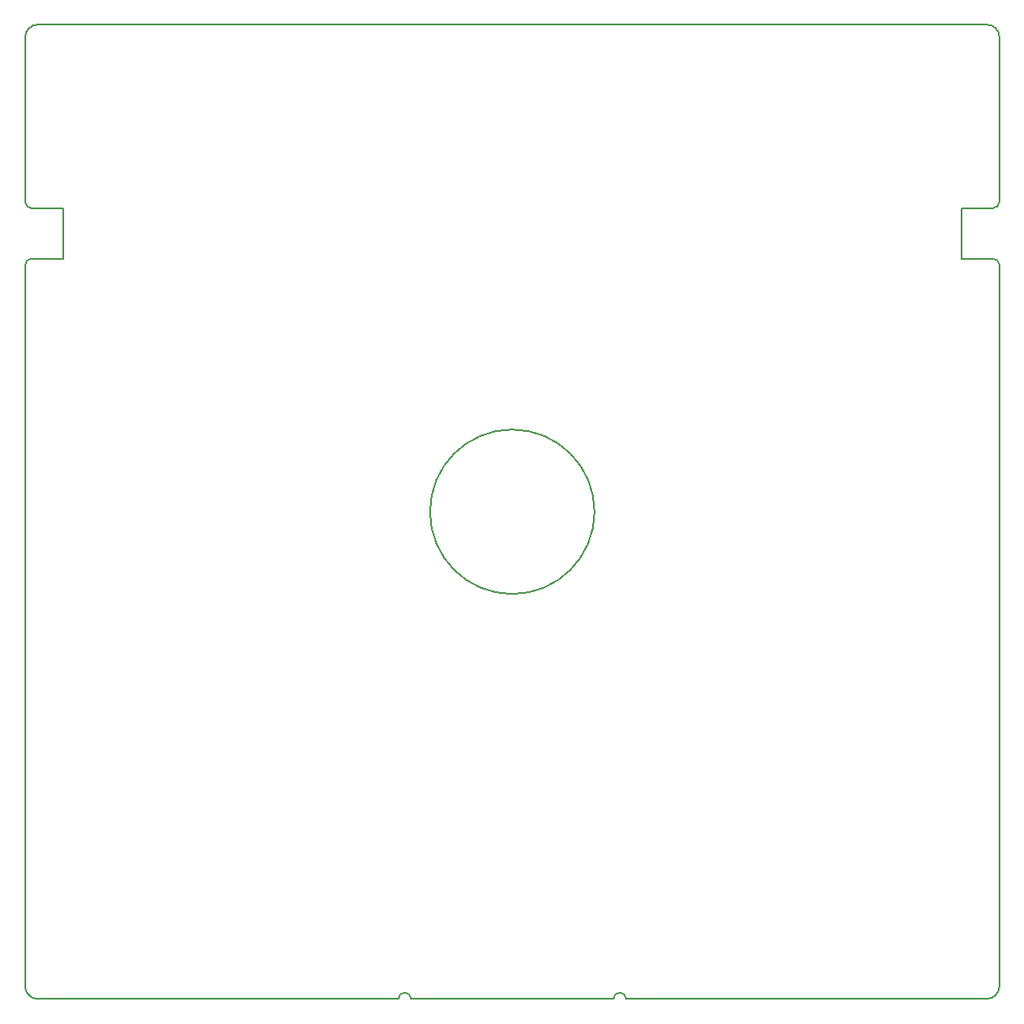
<source format=gm1>
G04 #@! TF.GenerationSoftware,KiCad,Pcbnew,(5.1.5)-3*
G04 #@! TF.CreationDate,2020-10-01T21:58:09+02:00*
G04 #@! TF.ProjectId,C64 Pi1541-II Backplate,43363420-5069-4313-9534-312d49492042,rev?*
G04 #@! TF.SameCoordinates,Original*
G04 #@! TF.FileFunction,Profile,NP*
%FSLAX46Y46*%
G04 Gerber Fmt 4.6, Leading zero omitted, Abs format (unit mm)*
G04 Created by KiCad (PCBNEW (5.1.5)-3) date 2020-10-01 21:58:09*
%MOMM*%
%LPD*%
G04 APERTURE LIST*
%ADD10C,0.150000*%
G04 APERTURE END LIST*
D10*
X131445000Y-152400000D02*
X111125000Y-152400000D01*
X129540000Y-103505000D02*
G75*
G03X129540000Y-103505000I-8255000J0D01*
G01*
X132715000Y-152400000D02*
X168910000Y-152400000D01*
X131445000Y-152400000D02*
G75*
G02X132080000Y-151765000I635000J0D01*
G01*
X132080000Y-151765000D02*
G75*
G02X132715000Y-152400000I0J-635000D01*
G01*
X110490000Y-151765000D02*
G75*
G02X111125000Y-152400000I0J-635000D01*
G01*
X109855000Y-152400000D02*
G75*
G02X110490000Y-151765000I635000J0D01*
G01*
X170180000Y-55880000D02*
X170180000Y-72390000D01*
X170180000Y-72390000D02*
G75*
G02X169545000Y-73025000I-635000J0D01*
G01*
X166370000Y-78105000D02*
X169545000Y-78105000D01*
X166370000Y-78105000D02*
X166370000Y-73025000D01*
X166370000Y-73025000D02*
X169545000Y-73025000D01*
X169545000Y-78105000D02*
G75*
G02X170180000Y-78740000I0J-635000D01*
G01*
X72390000Y-78740000D02*
G75*
G02X73025000Y-78105000I635000J0D01*
G01*
X73025000Y-73025000D02*
G75*
G02X72390000Y-72390000I0J635000D01*
G01*
X76200000Y-78105000D02*
X73025000Y-78105000D01*
X76200000Y-73025000D02*
X76200000Y-78105000D01*
X73025000Y-73025000D02*
X76200000Y-73025000D01*
X72390000Y-78740000D02*
X72390000Y-151130000D01*
X72390000Y-72390000D02*
X72390000Y-55880000D01*
X168910000Y-54610000D02*
X73660000Y-54610000D01*
X73660000Y-54610000D02*
G75*
G03X72390000Y-55880000I0J-1270000D01*
G01*
X170180000Y-55880000D02*
G75*
G03X168910000Y-54610000I-1270000J0D01*
G01*
X170180000Y-151130000D02*
X170180000Y-78740000D01*
X168910000Y-152400000D02*
G75*
G03X170180000Y-151130000I0J1270000D01*
G01*
X73660000Y-152400000D02*
X109855000Y-152400000D01*
X72390000Y-151130000D02*
G75*
G03X73660000Y-152400000I1270000J0D01*
G01*
M02*

</source>
